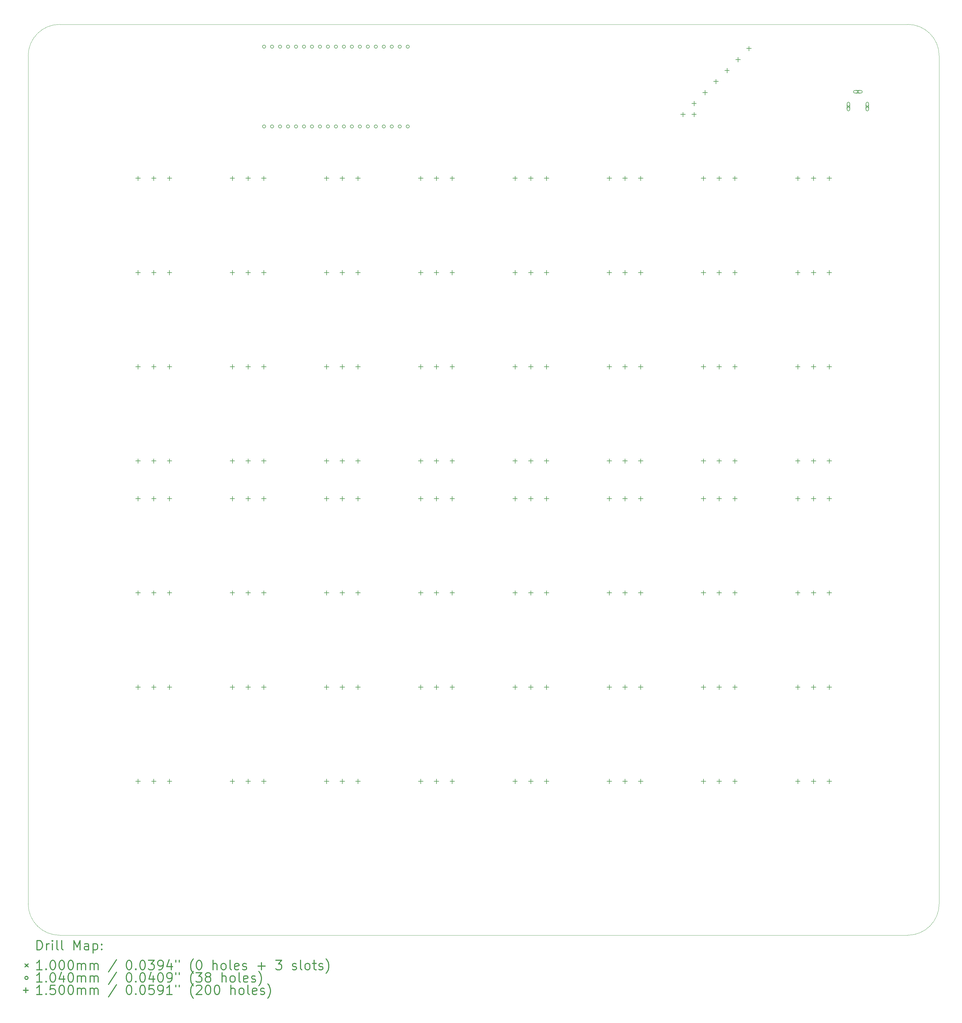
<source format=gbr>
%FSLAX45Y45*%
G04 Gerber Fmt 4.5, Leading zero omitted, Abs format (unit mm)*
G04 Created by KiCad (PCBNEW (5.1.10)-1) date 2021-11-14 07:23:17*
%MOMM*%
%LPD*%
G01*
G04 APERTURE LIST*
%TA.AperFunction,Profile*%
%ADD10C,0.050000*%
%TD*%
%ADD11C,0.200000*%
%ADD12C,0.300000*%
G04 APERTURE END LIST*
D10*
X34200000Y-6100000D02*
X34200000Y-33100000D01*
X33200000Y-5100000D02*
G75*
G02*
X34200000Y-6100000I0J-1000000D01*
G01*
X33200000Y-34100000D02*
X6200000Y-34100000D01*
X34200000Y-33100000D02*
G75*
G02*
X33200000Y-34100000I-1000000J0D01*
G01*
X5200000Y-33100000D02*
X5200000Y-6100000D01*
X6200000Y-34100000D02*
G75*
G02*
X5200000Y-33100000I0J1000000D01*
G01*
X6200000Y-5100000D02*
X33200000Y-5100000D01*
X5200000Y-6100000D02*
G75*
G02*
X6200000Y-5100000I1000000J0D01*
G01*
D11*
X31262102Y-7666397D02*
X31362102Y-7766397D01*
X31362102Y-7666397D02*
X31262102Y-7766397D01*
X31272102Y-7616397D02*
X31272102Y-7816397D01*
X31352102Y-7616397D02*
X31352102Y-7816397D01*
X31272102Y-7816397D02*
G75*
G03*
X31352102Y-7816397I40000J0D01*
G01*
X31352102Y-7616397D02*
G75*
G03*
X31272102Y-7616397I-40000J0D01*
G01*
X31562102Y-7196397D02*
X31662102Y-7296397D01*
X31662102Y-7196397D02*
X31562102Y-7296397D01*
X31512102Y-7286397D02*
X31712102Y-7286397D01*
X31512102Y-7206397D02*
X31712102Y-7206397D01*
X31712102Y-7286397D02*
G75*
G03*
X31712102Y-7206397I0J40000D01*
G01*
X31512102Y-7206397D02*
G75*
G03*
X31512102Y-7286397I0J-40000D01*
G01*
X31862102Y-7666397D02*
X31962102Y-7766397D01*
X31962102Y-7666397D02*
X31862102Y-7766397D01*
X31872102Y-7616397D02*
X31872102Y-7816397D01*
X31952102Y-7616397D02*
X31952102Y-7816397D01*
X31872102Y-7816397D02*
G75*
G03*
X31952102Y-7816397I40000J0D01*
G01*
X31952102Y-7616397D02*
G75*
G03*
X31872102Y-7616397I-40000J0D01*
G01*
X12762400Y-5809620D02*
G75*
G03*
X12762400Y-5809620I-52000J0D01*
G01*
X12762400Y-8349620D02*
G75*
G03*
X12762400Y-8349620I-52000J0D01*
G01*
X13016400Y-5809620D02*
G75*
G03*
X13016400Y-5809620I-52000J0D01*
G01*
X13016400Y-8349620D02*
G75*
G03*
X13016400Y-8349620I-52000J0D01*
G01*
X13270400Y-5809620D02*
G75*
G03*
X13270400Y-5809620I-52000J0D01*
G01*
X13270400Y-8349620D02*
G75*
G03*
X13270400Y-8349620I-52000J0D01*
G01*
X13524400Y-5809620D02*
G75*
G03*
X13524400Y-5809620I-52000J0D01*
G01*
X13524400Y-8349620D02*
G75*
G03*
X13524400Y-8349620I-52000J0D01*
G01*
X13778400Y-5809620D02*
G75*
G03*
X13778400Y-5809620I-52000J0D01*
G01*
X13778400Y-8349620D02*
G75*
G03*
X13778400Y-8349620I-52000J0D01*
G01*
X14032400Y-5809620D02*
G75*
G03*
X14032400Y-5809620I-52000J0D01*
G01*
X14032400Y-8349620D02*
G75*
G03*
X14032400Y-8349620I-52000J0D01*
G01*
X14286400Y-5809620D02*
G75*
G03*
X14286400Y-5809620I-52000J0D01*
G01*
X14286400Y-8349620D02*
G75*
G03*
X14286400Y-8349620I-52000J0D01*
G01*
X14540400Y-5809620D02*
G75*
G03*
X14540400Y-5809620I-52000J0D01*
G01*
X14540400Y-8349620D02*
G75*
G03*
X14540400Y-8349620I-52000J0D01*
G01*
X14794400Y-5809620D02*
G75*
G03*
X14794400Y-5809620I-52000J0D01*
G01*
X14794400Y-8349620D02*
G75*
G03*
X14794400Y-8349620I-52000J0D01*
G01*
X15048400Y-5809620D02*
G75*
G03*
X15048400Y-5809620I-52000J0D01*
G01*
X15048400Y-8349620D02*
G75*
G03*
X15048400Y-8349620I-52000J0D01*
G01*
X15302400Y-5809620D02*
G75*
G03*
X15302400Y-5809620I-52000J0D01*
G01*
X15302400Y-8349620D02*
G75*
G03*
X15302400Y-8349620I-52000J0D01*
G01*
X15556400Y-5809620D02*
G75*
G03*
X15556400Y-5809620I-52000J0D01*
G01*
X15556400Y-8349620D02*
G75*
G03*
X15556400Y-8349620I-52000J0D01*
G01*
X15810400Y-5809620D02*
G75*
G03*
X15810400Y-5809620I-52000J0D01*
G01*
X15810400Y-8349620D02*
G75*
G03*
X15810400Y-8349620I-52000J0D01*
G01*
X16064400Y-5809620D02*
G75*
G03*
X16064400Y-5809620I-52000J0D01*
G01*
X16064400Y-8349620D02*
G75*
G03*
X16064400Y-8349620I-52000J0D01*
G01*
X16318400Y-5809620D02*
G75*
G03*
X16318400Y-5809620I-52000J0D01*
G01*
X16318400Y-8349620D02*
G75*
G03*
X16318400Y-8349620I-52000J0D01*
G01*
X16572400Y-5809620D02*
G75*
G03*
X16572400Y-5809620I-52000J0D01*
G01*
X16572400Y-8349620D02*
G75*
G03*
X16572400Y-8349620I-52000J0D01*
G01*
X16826400Y-5809620D02*
G75*
G03*
X16826400Y-5809620I-52000J0D01*
G01*
X16826400Y-8349620D02*
G75*
G03*
X16826400Y-8349620I-52000J0D01*
G01*
X17080400Y-5809620D02*
G75*
G03*
X17080400Y-5809620I-52000J0D01*
G01*
X17080400Y-8349620D02*
G75*
G03*
X17080400Y-8349620I-52000J0D01*
G01*
X17334400Y-5809620D02*
G75*
G03*
X17334400Y-5809620I-52000J0D01*
G01*
X17334400Y-8349620D02*
G75*
G03*
X17334400Y-8349620I-52000J0D01*
G01*
X8700000Y-9925000D02*
X8700000Y-10075000D01*
X8625000Y-10000000D02*
X8775000Y-10000000D01*
X8700000Y-12925000D02*
X8700000Y-13075000D01*
X8625000Y-13000000D02*
X8775000Y-13000000D01*
X8700000Y-15925000D02*
X8700000Y-16075000D01*
X8625000Y-16000000D02*
X8775000Y-16000000D01*
X8700000Y-18925000D02*
X8700000Y-19075000D01*
X8625000Y-19000000D02*
X8775000Y-19000000D01*
X8700000Y-20125000D02*
X8700000Y-20275000D01*
X8625000Y-20200000D02*
X8775000Y-20200000D01*
X8700000Y-23125000D02*
X8700000Y-23275000D01*
X8625000Y-23200000D02*
X8775000Y-23200000D01*
X8700000Y-26125000D02*
X8700000Y-26275000D01*
X8625000Y-26200000D02*
X8775000Y-26200000D01*
X8700000Y-29125000D02*
X8700000Y-29275000D01*
X8625000Y-29200000D02*
X8775000Y-29200000D01*
X9200000Y-9925000D02*
X9200000Y-10075000D01*
X9125000Y-10000000D02*
X9275000Y-10000000D01*
X9200000Y-12925000D02*
X9200000Y-13075000D01*
X9125000Y-13000000D02*
X9275000Y-13000000D01*
X9200000Y-15925000D02*
X9200000Y-16075000D01*
X9125000Y-16000000D02*
X9275000Y-16000000D01*
X9200000Y-18925000D02*
X9200000Y-19075000D01*
X9125000Y-19000000D02*
X9275000Y-19000000D01*
X9200000Y-20125000D02*
X9200000Y-20275000D01*
X9125000Y-20200000D02*
X9275000Y-20200000D01*
X9200000Y-23125000D02*
X9200000Y-23275000D01*
X9125000Y-23200000D02*
X9275000Y-23200000D01*
X9200000Y-26125000D02*
X9200000Y-26275000D01*
X9125000Y-26200000D02*
X9275000Y-26200000D01*
X9200000Y-29125000D02*
X9200000Y-29275000D01*
X9125000Y-29200000D02*
X9275000Y-29200000D01*
X9700000Y-9925000D02*
X9700000Y-10075000D01*
X9625000Y-10000000D02*
X9775000Y-10000000D01*
X9700000Y-12925000D02*
X9700000Y-13075000D01*
X9625000Y-13000000D02*
X9775000Y-13000000D01*
X9700000Y-15925000D02*
X9700000Y-16075000D01*
X9625000Y-16000000D02*
X9775000Y-16000000D01*
X9700000Y-18925000D02*
X9700000Y-19075000D01*
X9625000Y-19000000D02*
X9775000Y-19000000D01*
X9700000Y-20125000D02*
X9700000Y-20275000D01*
X9625000Y-20200000D02*
X9775000Y-20200000D01*
X9700000Y-23125000D02*
X9700000Y-23275000D01*
X9625000Y-23200000D02*
X9775000Y-23200000D01*
X9700000Y-26125000D02*
X9700000Y-26275000D01*
X9625000Y-26200000D02*
X9775000Y-26200000D01*
X9700000Y-29125000D02*
X9700000Y-29275000D01*
X9625000Y-29200000D02*
X9775000Y-29200000D01*
X11700000Y-9925000D02*
X11700000Y-10075000D01*
X11625000Y-10000000D02*
X11775000Y-10000000D01*
X11700000Y-12925000D02*
X11700000Y-13075000D01*
X11625000Y-13000000D02*
X11775000Y-13000000D01*
X11700000Y-15925000D02*
X11700000Y-16075000D01*
X11625000Y-16000000D02*
X11775000Y-16000000D01*
X11700000Y-18925000D02*
X11700000Y-19075000D01*
X11625000Y-19000000D02*
X11775000Y-19000000D01*
X11700000Y-20125000D02*
X11700000Y-20275000D01*
X11625000Y-20200000D02*
X11775000Y-20200000D01*
X11700000Y-23125000D02*
X11700000Y-23275000D01*
X11625000Y-23200000D02*
X11775000Y-23200000D01*
X11700000Y-26125000D02*
X11700000Y-26275000D01*
X11625000Y-26200000D02*
X11775000Y-26200000D01*
X11700000Y-29125000D02*
X11700000Y-29275000D01*
X11625000Y-29200000D02*
X11775000Y-29200000D01*
X12200000Y-9925000D02*
X12200000Y-10075000D01*
X12125000Y-10000000D02*
X12275000Y-10000000D01*
X12200000Y-12925000D02*
X12200000Y-13075000D01*
X12125000Y-13000000D02*
X12275000Y-13000000D01*
X12200000Y-15925000D02*
X12200000Y-16075000D01*
X12125000Y-16000000D02*
X12275000Y-16000000D01*
X12200000Y-18925000D02*
X12200000Y-19075000D01*
X12125000Y-19000000D02*
X12275000Y-19000000D01*
X12200000Y-20125000D02*
X12200000Y-20275000D01*
X12125000Y-20200000D02*
X12275000Y-20200000D01*
X12200000Y-23125000D02*
X12200000Y-23275000D01*
X12125000Y-23200000D02*
X12275000Y-23200000D01*
X12200000Y-26125000D02*
X12200000Y-26275000D01*
X12125000Y-26200000D02*
X12275000Y-26200000D01*
X12200000Y-29125000D02*
X12200000Y-29275000D01*
X12125000Y-29200000D02*
X12275000Y-29200000D01*
X12700000Y-9925000D02*
X12700000Y-10075000D01*
X12625000Y-10000000D02*
X12775000Y-10000000D01*
X12700000Y-12925000D02*
X12700000Y-13075000D01*
X12625000Y-13000000D02*
X12775000Y-13000000D01*
X12700000Y-15925000D02*
X12700000Y-16075000D01*
X12625000Y-16000000D02*
X12775000Y-16000000D01*
X12700000Y-18925000D02*
X12700000Y-19075000D01*
X12625000Y-19000000D02*
X12775000Y-19000000D01*
X12700000Y-20125000D02*
X12700000Y-20275000D01*
X12625000Y-20200000D02*
X12775000Y-20200000D01*
X12700000Y-23125000D02*
X12700000Y-23275000D01*
X12625000Y-23200000D02*
X12775000Y-23200000D01*
X12700000Y-26125000D02*
X12700000Y-26275000D01*
X12625000Y-26200000D02*
X12775000Y-26200000D01*
X12700000Y-29125000D02*
X12700000Y-29275000D01*
X12625000Y-29200000D02*
X12775000Y-29200000D01*
X14700000Y-9925000D02*
X14700000Y-10075000D01*
X14625000Y-10000000D02*
X14775000Y-10000000D01*
X14700000Y-12925000D02*
X14700000Y-13075000D01*
X14625000Y-13000000D02*
X14775000Y-13000000D01*
X14700000Y-15925000D02*
X14700000Y-16075000D01*
X14625000Y-16000000D02*
X14775000Y-16000000D01*
X14700000Y-18925000D02*
X14700000Y-19075000D01*
X14625000Y-19000000D02*
X14775000Y-19000000D01*
X14700000Y-20125000D02*
X14700000Y-20275000D01*
X14625000Y-20200000D02*
X14775000Y-20200000D01*
X14700000Y-23125000D02*
X14700000Y-23275000D01*
X14625000Y-23200000D02*
X14775000Y-23200000D01*
X14700000Y-26125000D02*
X14700000Y-26275000D01*
X14625000Y-26200000D02*
X14775000Y-26200000D01*
X14700000Y-29125000D02*
X14700000Y-29275000D01*
X14625000Y-29200000D02*
X14775000Y-29200000D01*
X15200000Y-9925000D02*
X15200000Y-10075000D01*
X15125000Y-10000000D02*
X15275000Y-10000000D01*
X15200000Y-12925000D02*
X15200000Y-13075000D01*
X15125000Y-13000000D02*
X15275000Y-13000000D01*
X15200000Y-15925000D02*
X15200000Y-16075000D01*
X15125000Y-16000000D02*
X15275000Y-16000000D01*
X15200000Y-18925000D02*
X15200000Y-19075000D01*
X15125000Y-19000000D02*
X15275000Y-19000000D01*
X15200000Y-20125000D02*
X15200000Y-20275000D01*
X15125000Y-20200000D02*
X15275000Y-20200000D01*
X15200000Y-23125000D02*
X15200000Y-23275000D01*
X15125000Y-23200000D02*
X15275000Y-23200000D01*
X15200000Y-26125000D02*
X15200000Y-26275000D01*
X15125000Y-26200000D02*
X15275000Y-26200000D01*
X15200000Y-29125000D02*
X15200000Y-29275000D01*
X15125000Y-29200000D02*
X15275000Y-29200000D01*
X15700000Y-9925000D02*
X15700000Y-10075000D01*
X15625000Y-10000000D02*
X15775000Y-10000000D01*
X15700000Y-12925000D02*
X15700000Y-13075000D01*
X15625000Y-13000000D02*
X15775000Y-13000000D01*
X15700000Y-15925000D02*
X15700000Y-16075000D01*
X15625000Y-16000000D02*
X15775000Y-16000000D01*
X15700000Y-18925000D02*
X15700000Y-19075000D01*
X15625000Y-19000000D02*
X15775000Y-19000000D01*
X15700000Y-20125000D02*
X15700000Y-20275000D01*
X15625000Y-20200000D02*
X15775000Y-20200000D01*
X15700000Y-23125000D02*
X15700000Y-23275000D01*
X15625000Y-23200000D02*
X15775000Y-23200000D01*
X15700000Y-26125000D02*
X15700000Y-26275000D01*
X15625000Y-26200000D02*
X15775000Y-26200000D01*
X15700000Y-29125000D02*
X15700000Y-29275000D01*
X15625000Y-29200000D02*
X15775000Y-29200000D01*
X17700000Y-9925000D02*
X17700000Y-10075000D01*
X17625000Y-10000000D02*
X17775000Y-10000000D01*
X17700000Y-12925000D02*
X17700000Y-13075000D01*
X17625000Y-13000000D02*
X17775000Y-13000000D01*
X17700000Y-15925000D02*
X17700000Y-16075000D01*
X17625000Y-16000000D02*
X17775000Y-16000000D01*
X17700000Y-18925000D02*
X17700000Y-19075000D01*
X17625000Y-19000000D02*
X17775000Y-19000000D01*
X17700000Y-20125000D02*
X17700000Y-20275000D01*
X17625000Y-20200000D02*
X17775000Y-20200000D01*
X17700000Y-23125000D02*
X17700000Y-23275000D01*
X17625000Y-23200000D02*
X17775000Y-23200000D01*
X17700000Y-26125000D02*
X17700000Y-26275000D01*
X17625000Y-26200000D02*
X17775000Y-26200000D01*
X17700000Y-29125000D02*
X17700000Y-29275000D01*
X17625000Y-29200000D02*
X17775000Y-29200000D01*
X18200000Y-9925000D02*
X18200000Y-10075000D01*
X18125000Y-10000000D02*
X18275000Y-10000000D01*
X18200000Y-12925000D02*
X18200000Y-13075000D01*
X18125000Y-13000000D02*
X18275000Y-13000000D01*
X18200000Y-15925000D02*
X18200000Y-16075000D01*
X18125000Y-16000000D02*
X18275000Y-16000000D01*
X18200000Y-18925000D02*
X18200000Y-19075000D01*
X18125000Y-19000000D02*
X18275000Y-19000000D01*
X18200000Y-20125000D02*
X18200000Y-20275000D01*
X18125000Y-20200000D02*
X18275000Y-20200000D01*
X18200000Y-23125000D02*
X18200000Y-23275000D01*
X18125000Y-23200000D02*
X18275000Y-23200000D01*
X18200000Y-26125000D02*
X18200000Y-26275000D01*
X18125000Y-26200000D02*
X18275000Y-26200000D01*
X18200000Y-29125000D02*
X18200000Y-29275000D01*
X18125000Y-29200000D02*
X18275000Y-29200000D01*
X18700000Y-9925000D02*
X18700000Y-10075000D01*
X18625000Y-10000000D02*
X18775000Y-10000000D01*
X18700000Y-12925000D02*
X18700000Y-13075000D01*
X18625000Y-13000000D02*
X18775000Y-13000000D01*
X18700000Y-15925000D02*
X18700000Y-16075000D01*
X18625000Y-16000000D02*
X18775000Y-16000000D01*
X18700000Y-18925000D02*
X18700000Y-19075000D01*
X18625000Y-19000000D02*
X18775000Y-19000000D01*
X18700000Y-20125000D02*
X18700000Y-20275000D01*
X18625000Y-20200000D02*
X18775000Y-20200000D01*
X18700000Y-23125000D02*
X18700000Y-23275000D01*
X18625000Y-23200000D02*
X18775000Y-23200000D01*
X18700000Y-26125000D02*
X18700000Y-26275000D01*
X18625000Y-26200000D02*
X18775000Y-26200000D01*
X18700000Y-29125000D02*
X18700000Y-29275000D01*
X18625000Y-29200000D02*
X18775000Y-29200000D01*
X20700000Y-9925000D02*
X20700000Y-10075000D01*
X20625000Y-10000000D02*
X20775000Y-10000000D01*
X20700000Y-12925000D02*
X20700000Y-13075000D01*
X20625000Y-13000000D02*
X20775000Y-13000000D01*
X20700000Y-15925000D02*
X20700000Y-16075000D01*
X20625000Y-16000000D02*
X20775000Y-16000000D01*
X20700000Y-18925000D02*
X20700000Y-19075000D01*
X20625000Y-19000000D02*
X20775000Y-19000000D01*
X20700000Y-20125000D02*
X20700000Y-20275000D01*
X20625000Y-20200000D02*
X20775000Y-20200000D01*
X20700000Y-23125000D02*
X20700000Y-23275000D01*
X20625000Y-23200000D02*
X20775000Y-23200000D01*
X20700000Y-26125000D02*
X20700000Y-26275000D01*
X20625000Y-26200000D02*
X20775000Y-26200000D01*
X20700000Y-29125000D02*
X20700000Y-29275000D01*
X20625000Y-29200000D02*
X20775000Y-29200000D01*
X21200000Y-9925000D02*
X21200000Y-10075000D01*
X21125000Y-10000000D02*
X21275000Y-10000000D01*
X21200000Y-12925000D02*
X21200000Y-13075000D01*
X21125000Y-13000000D02*
X21275000Y-13000000D01*
X21200000Y-15925000D02*
X21200000Y-16075000D01*
X21125000Y-16000000D02*
X21275000Y-16000000D01*
X21200000Y-18925000D02*
X21200000Y-19075000D01*
X21125000Y-19000000D02*
X21275000Y-19000000D01*
X21200000Y-20125000D02*
X21200000Y-20275000D01*
X21125000Y-20200000D02*
X21275000Y-20200000D01*
X21200000Y-23125000D02*
X21200000Y-23275000D01*
X21125000Y-23200000D02*
X21275000Y-23200000D01*
X21200000Y-26125000D02*
X21200000Y-26275000D01*
X21125000Y-26200000D02*
X21275000Y-26200000D01*
X21200000Y-29125000D02*
X21200000Y-29275000D01*
X21125000Y-29200000D02*
X21275000Y-29200000D01*
X21700000Y-9925000D02*
X21700000Y-10075000D01*
X21625000Y-10000000D02*
X21775000Y-10000000D01*
X21700000Y-12925000D02*
X21700000Y-13075000D01*
X21625000Y-13000000D02*
X21775000Y-13000000D01*
X21700000Y-15925000D02*
X21700000Y-16075000D01*
X21625000Y-16000000D02*
X21775000Y-16000000D01*
X21700000Y-18925000D02*
X21700000Y-19075000D01*
X21625000Y-19000000D02*
X21775000Y-19000000D01*
X21700000Y-20125000D02*
X21700000Y-20275000D01*
X21625000Y-20200000D02*
X21775000Y-20200000D01*
X21700000Y-23125000D02*
X21700000Y-23275000D01*
X21625000Y-23200000D02*
X21775000Y-23200000D01*
X21700000Y-26125000D02*
X21700000Y-26275000D01*
X21625000Y-26200000D02*
X21775000Y-26200000D01*
X21700000Y-29125000D02*
X21700000Y-29275000D01*
X21625000Y-29200000D02*
X21775000Y-29200000D01*
X23700000Y-9925000D02*
X23700000Y-10075000D01*
X23625000Y-10000000D02*
X23775000Y-10000000D01*
X23700000Y-12925000D02*
X23700000Y-13075000D01*
X23625000Y-13000000D02*
X23775000Y-13000000D01*
X23700000Y-15925000D02*
X23700000Y-16075000D01*
X23625000Y-16000000D02*
X23775000Y-16000000D01*
X23700000Y-18925000D02*
X23700000Y-19075000D01*
X23625000Y-19000000D02*
X23775000Y-19000000D01*
X23700000Y-20125000D02*
X23700000Y-20275000D01*
X23625000Y-20200000D02*
X23775000Y-20200000D01*
X23700000Y-23125000D02*
X23700000Y-23275000D01*
X23625000Y-23200000D02*
X23775000Y-23200000D01*
X23700000Y-26125000D02*
X23700000Y-26275000D01*
X23625000Y-26200000D02*
X23775000Y-26200000D01*
X23700000Y-29125000D02*
X23700000Y-29275000D01*
X23625000Y-29200000D02*
X23775000Y-29200000D01*
X24200000Y-9925000D02*
X24200000Y-10075000D01*
X24125000Y-10000000D02*
X24275000Y-10000000D01*
X24200000Y-12925000D02*
X24200000Y-13075000D01*
X24125000Y-13000000D02*
X24275000Y-13000000D01*
X24200000Y-15925000D02*
X24200000Y-16075000D01*
X24125000Y-16000000D02*
X24275000Y-16000000D01*
X24200000Y-18925000D02*
X24200000Y-19075000D01*
X24125000Y-19000000D02*
X24275000Y-19000000D01*
X24200000Y-20125000D02*
X24200000Y-20275000D01*
X24125000Y-20200000D02*
X24275000Y-20200000D01*
X24200000Y-23125000D02*
X24200000Y-23275000D01*
X24125000Y-23200000D02*
X24275000Y-23200000D01*
X24200000Y-26125000D02*
X24200000Y-26275000D01*
X24125000Y-26200000D02*
X24275000Y-26200000D01*
X24200000Y-29125000D02*
X24200000Y-29275000D01*
X24125000Y-29200000D02*
X24275000Y-29200000D01*
X24700000Y-9925000D02*
X24700000Y-10075000D01*
X24625000Y-10000000D02*
X24775000Y-10000000D01*
X24700000Y-12925000D02*
X24700000Y-13075000D01*
X24625000Y-13000000D02*
X24775000Y-13000000D01*
X24700000Y-15925000D02*
X24700000Y-16075000D01*
X24625000Y-16000000D02*
X24775000Y-16000000D01*
X24700000Y-18925000D02*
X24700000Y-19075000D01*
X24625000Y-19000000D02*
X24775000Y-19000000D01*
X24700000Y-20125000D02*
X24700000Y-20275000D01*
X24625000Y-20200000D02*
X24775000Y-20200000D01*
X24700000Y-23125000D02*
X24700000Y-23275000D01*
X24625000Y-23200000D02*
X24775000Y-23200000D01*
X24700000Y-26125000D02*
X24700000Y-26275000D01*
X24625000Y-26200000D02*
X24775000Y-26200000D01*
X24700000Y-29125000D02*
X24700000Y-29275000D01*
X24625000Y-29200000D02*
X24775000Y-29200000D01*
X26047500Y-7893420D02*
X26047500Y-8043420D01*
X25972500Y-7968420D02*
X26122500Y-7968420D01*
X26397500Y-7543420D02*
X26397500Y-7693420D01*
X26322500Y-7618420D02*
X26472500Y-7618420D01*
X26397500Y-7893420D02*
X26397500Y-8043420D01*
X26322500Y-7968420D02*
X26472500Y-7968420D01*
X26700000Y-9925000D02*
X26700000Y-10075000D01*
X26625000Y-10000000D02*
X26775000Y-10000000D01*
X26700000Y-12925000D02*
X26700000Y-13075000D01*
X26625000Y-13000000D02*
X26775000Y-13000000D01*
X26700000Y-15925000D02*
X26700000Y-16075000D01*
X26625000Y-16000000D02*
X26775000Y-16000000D01*
X26700000Y-18925000D02*
X26700000Y-19075000D01*
X26625000Y-19000000D02*
X26775000Y-19000000D01*
X26700000Y-20125000D02*
X26700000Y-20275000D01*
X26625000Y-20200000D02*
X26775000Y-20200000D01*
X26700000Y-23125000D02*
X26700000Y-23275000D01*
X26625000Y-23200000D02*
X26775000Y-23200000D01*
X26700000Y-26125000D02*
X26700000Y-26275000D01*
X26625000Y-26200000D02*
X26775000Y-26200000D01*
X26700000Y-29125000D02*
X26700000Y-29275000D01*
X26625000Y-29200000D02*
X26775000Y-29200000D01*
X26747500Y-7193420D02*
X26747500Y-7343420D01*
X26672500Y-7268420D02*
X26822500Y-7268420D01*
X27097500Y-6843420D02*
X27097500Y-6993420D01*
X27022500Y-6918420D02*
X27172500Y-6918420D01*
X27200000Y-9925000D02*
X27200000Y-10075000D01*
X27125000Y-10000000D02*
X27275000Y-10000000D01*
X27200000Y-12925000D02*
X27200000Y-13075000D01*
X27125000Y-13000000D02*
X27275000Y-13000000D01*
X27200000Y-15925000D02*
X27200000Y-16075000D01*
X27125000Y-16000000D02*
X27275000Y-16000000D01*
X27200000Y-18925000D02*
X27200000Y-19075000D01*
X27125000Y-19000000D02*
X27275000Y-19000000D01*
X27200000Y-20125000D02*
X27200000Y-20275000D01*
X27125000Y-20200000D02*
X27275000Y-20200000D01*
X27200000Y-23125000D02*
X27200000Y-23275000D01*
X27125000Y-23200000D02*
X27275000Y-23200000D01*
X27200000Y-26125000D02*
X27200000Y-26275000D01*
X27125000Y-26200000D02*
X27275000Y-26200000D01*
X27200000Y-29125000D02*
X27200000Y-29275000D01*
X27125000Y-29200000D02*
X27275000Y-29200000D01*
X27447500Y-6493420D02*
X27447500Y-6643420D01*
X27372500Y-6568420D02*
X27522500Y-6568420D01*
X27700000Y-9925000D02*
X27700000Y-10075000D01*
X27625000Y-10000000D02*
X27775000Y-10000000D01*
X27700000Y-12925000D02*
X27700000Y-13075000D01*
X27625000Y-13000000D02*
X27775000Y-13000000D01*
X27700000Y-15925000D02*
X27700000Y-16075000D01*
X27625000Y-16000000D02*
X27775000Y-16000000D01*
X27700000Y-18925000D02*
X27700000Y-19075000D01*
X27625000Y-19000000D02*
X27775000Y-19000000D01*
X27700000Y-20125000D02*
X27700000Y-20275000D01*
X27625000Y-20200000D02*
X27775000Y-20200000D01*
X27700000Y-23125000D02*
X27700000Y-23275000D01*
X27625000Y-23200000D02*
X27775000Y-23200000D01*
X27700000Y-26125000D02*
X27700000Y-26275000D01*
X27625000Y-26200000D02*
X27775000Y-26200000D01*
X27700000Y-29125000D02*
X27700000Y-29275000D01*
X27625000Y-29200000D02*
X27775000Y-29200000D01*
X27797500Y-6143420D02*
X27797500Y-6293420D01*
X27722500Y-6218420D02*
X27872500Y-6218420D01*
X28147500Y-5793420D02*
X28147500Y-5943420D01*
X28072500Y-5868420D02*
X28222500Y-5868420D01*
X29700000Y-9925000D02*
X29700000Y-10075000D01*
X29625000Y-10000000D02*
X29775000Y-10000000D01*
X29700000Y-12925000D02*
X29700000Y-13075000D01*
X29625000Y-13000000D02*
X29775000Y-13000000D01*
X29700000Y-15925000D02*
X29700000Y-16075000D01*
X29625000Y-16000000D02*
X29775000Y-16000000D01*
X29700000Y-18925000D02*
X29700000Y-19075000D01*
X29625000Y-19000000D02*
X29775000Y-19000000D01*
X29700000Y-20125000D02*
X29700000Y-20275000D01*
X29625000Y-20200000D02*
X29775000Y-20200000D01*
X29700000Y-23125000D02*
X29700000Y-23275000D01*
X29625000Y-23200000D02*
X29775000Y-23200000D01*
X29700000Y-26125000D02*
X29700000Y-26275000D01*
X29625000Y-26200000D02*
X29775000Y-26200000D01*
X29700000Y-29125000D02*
X29700000Y-29275000D01*
X29625000Y-29200000D02*
X29775000Y-29200000D01*
X30200000Y-9925000D02*
X30200000Y-10075000D01*
X30125000Y-10000000D02*
X30275000Y-10000000D01*
X30200000Y-12925000D02*
X30200000Y-13075000D01*
X30125000Y-13000000D02*
X30275000Y-13000000D01*
X30200000Y-15925000D02*
X30200000Y-16075000D01*
X30125000Y-16000000D02*
X30275000Y-16000000D01*
X30200000Y-18925000D02*
X30200000Y-19075000D01*
X30125000Y-19000000D02*
X30275000Y-19000000D01*
X30200000Y-20125000D02*
X30200000Y-20275000D01*
X30125000Y-20200000D02*
X30275000Y-20200000D01*
X30200000Y-23125000D02*
X30200000Y-23275000D01*
X30125000Y-23200000D02*
X30275000Y-23200000D01*
X30200000Y-26125000D02*
X30200000Y-26275000D01*
X30125000Y-26200000D02*
X30275000Y-26200000D01*
X30200000Y-29125000D02*
X30200000Y-29275000D01*
X30125000Y-29200000D02*
X30275000Y-29200000D01*
X30700000Y-9925000D02*
X30700000Y-10075000D01*
X30625000Y-10000000D02*
X30775000Y-10000000D01*
X30700000Y-12925000D02*
X30700000Y-13075000D01*
X30625000Y-13000000D02*
X30775000Y-13000000D01*
X30700000Y-15925000D02*
X30700000Y-16075000D01*
X30625000Y-16000000D02*
X30775000Y-16000000D01*
X30700000Y-18925000D02*
X30700000Y-19075000D01*
X30625000Y-19000000D02*
X30775000Y-19000000D01*
X30700000Y-20125000D02*
X30700000Y-20275000D01*
X30625000Y-20200000D02*
X30775000Y-20200000D01*
X30700000Y-23125000D02*
X30700000Y-23275000D01*
X30625000Y-23200000D02*
X30775000Y-23200000D01*
X30700000Y-26125000D02*
X30700000Y-26275000D01*
X30625000Y-26200000D02*
X30775000Y-26200000D01*
X30700000Y-29125000D02*
X30700000Y-29275000D01*
X30625000Y-29200000D02*
X30775000Y-29200000D01*
D12*
X5483928Y-34568214D02*
X5483928Y-34268214D01*
X5555357Y-34268214D01*
X5598214Y-34282500D01*
X5626786Y-34311072D01*
X5641071Y-34339643D01*
X5655357Y-34396786D01*
X5655357Y-34439643D01*
X5641071Y-34496786D01*
X5626786Y-34525357D01*
X5598214Y-34553929D01*
X5555357Y-34568214D01*
X5483928Y-34568214D01*
X5783928Y-34568214D02*
X5783928Y-34368214D01*
X5783928Y-34425357D02*
X5798214Y-34396786D01*
X5812500Y-34382500D01*
X5841071Y-34368214D01*
X5869643Y-34368214D01*
X5969643Y-34568214D02*
X5969643Y-34368214D01*
X5969643Y-34268214D02*
X5955357Y-34282500D01*
X5969643Y-34296786D01*
X5983928Y-34282500D01*
X5969643Y-34268214D01*
X5969643Y-34296786D01*
X6155357Y-34568214D02*
X6126786Y-34553929D01*
X6112500Y-34525357D01*
X6112500Y-34268214D01*
X6312500Y-34568214D02*
X6283928Y-34553929D01*
X6269643Y-34525357D01*
X6269643Y-34268214D01*
X6655357Y-34568214D02*
X6655357Y-34268214D01*
X6755357Y-34482500D01*
X6855357Y-34268214D01*
X6855357Y-34568214D01*
X7126786Y-34568214D02*
X7126786Y-34411072D01*
X7112500Y-34382500D01*
X7083928Y-34368214D01*
X7026786Y-34368214D01*
X6998214Y-34382500D01*
X7126786Y-34553929D02*
X7098214Y-34568214D01*
X7026786Y-34568214D01*
X6998214Y-34553929D01*
X6983928Y-34525357D01*
X6983928Y-34496786D01*
X6998214Y-34468214D01*
X7026786Y-34453929D01*
X7098214Y-34453929D01*
X7126786Y-34439643D01*
X7269643Y-34368214D02*
X7269643Y-34668214D01*
X7269643Y-34382500D02*
X7298214Y-34368214D01*
X7355357Y-34368214D01*
X7383928Y-34382500D01*
X7398214Y-34396786D01*
X7412500Y-34425357D01*
X7412500Y-34511072D01*
X7398214Y-34539643D01*
X7383928Y-34553929D01*
X7355357Y-34568214D01*
X7298214Y-34568214D01*
X7269643Y-34553929D01*
X7541071Y-34539643D02*
X7555357Y-34553929D01*
X7541071Y-34568214D01*
X7526786Y-34553929D01*
X7541071Y-34539643D01*
X7541071Y-34568214D01*
X7541071Y-34382500D02*
X7555357Y-34396786D01*
X7541071Y-34411072D01*
X7526786Y-34396786D01*
X7541071Y-34382500D01*
X7541071Y-34411072D01*
X5097500Y-35012500D02*
X5197500Y-35112500D01*
X5197500Y-35012500D02*
X5097500Y-35112500D01*
X5641071Y-35198214D02*
X5469643Y-35198214D01*
X5555357Y-35198214D02*
X5555357Y-34898214D01*
X5526786Y-34941072D01*
X5498214Y-34969643D01*
X5469643Y-34983929D01*
X5769643Y-35169643D02*
X5783928Y-35183929D01*
X5769643Y-35198214D01*
X5755357Y-35183929D01*
X5769643Y-35169643D01*
X5769643Y-35198214D01*
X5969643Y-34898214D02*
X5998214Y-34898214D01*
X6026786Y-34912500D01*
X6041071Y-34926786D01*
X6055357Y-34955357D01*
X6069643Y-35012500D01*
X6069643Y-35083929D01*
X6055357Y-35141072D01*
X6041071Y-35169643D01*
X6026786Y-35183929D01*
X5998214Y-35198214D01*
X5969643Y-35198214D01*
X5941071Y-35183929D01*
X5926786Y-35169643D01*
X5912500Y-35141072D01*
X5898214Y-35083929D01*
X5898214Y-35012500D01*
X5912500Y-34955357D01*
X5926786Y-34926786D01*
X5941071Y-34912500D01*
X5969643Y-34898214D01*
X6255357Y-34898214D02*
X6283928Y-34898214D01*
X6312500Y-34912500D01*
X6326786Y-34926786D01*
X6341071Y-34955357D01*
X6355357Y-35012500D01*
X6355357Y-35083929D01*
X6341071Y-35141072D01*
X6326786Y-35169643D01*
X6312500Y-35183929D01*
X6283928Y-35198214D01*
X6255357Y-35198214D01*
X6226786Y-35183929D01*
X6212500Y-35169643D01*
X6198214Y-35141072D01*
X6183928Y-35083929D01*
X6183928Y-35012500D01*
X6198214Y-34955357D01*
X6212500Y-34926786D01*
X6226786Y-34912500D01*
X6255357Y-34898214D01*
X6541071Y-34898214D02*
X6569643Y-34898214D01*
X6598214Y-34912500D01*
X6612500Y-34926786D01*
X6626786Y-34955357D01*
X6641071Y-35012500D01*
X6641071Y-35083929D01*
X6626786Y-35141072D01*
X6612500Y-35169643D01*
X6598214Y-35183929D01*
X6569643Y-35198214D01*
X6541071Y-35198214D01*
X6512500Y-35183929D01*
X6498214Y-35169643D01*
X6483928Y-35141072D01*
X6469643Y-35083929D01*
X6469643Y-35012500D01*
X6483928Y-34955357D01*
X6498214Y-34926786D01*
X6512500Y-34912500D01*
X6541071Y-34898214D01*
X6769643Y-35198214D02*
X6769643Y-34998214D01*
X6769643Y-35026786D02*
X6783928Y-35012500D01*
X6812500Y-34998214D01*
X6855357Y-34998214D01*
X6883928Y-35012500D01*
X6898214Y-35041072D01*
X6898214Y-35198214D01*
X6898214Y-35041072D02*
X6912500Y-35012500D01*
X6941071Y-34998214D01*
X6983928Y-34998214D01*
X7012500Y-35012500D01*
X7026786Y-35041072D01*
X7026786Y-35198214D01*
X7169643Y-35198214D02*
X7169643Y-34998214D01*
X7169643Y-35026786D02*
X7183928Y-35012500D01*
X7212500Y-34998214D01*
X7255357Y-34998214D01*
X7283928Y-35012500D01*
X7298214Y-35041072D01*
X7298214Y-35198214D01*
X7298214Y-35041072D02*
X7312500Y-35012500D01*
X7341071Y-34998214D01*
X7383928Y-34998214D01*
X7412500Y-35012500D01*
X7426786Y-35041072D01*
X7426786Y-35198214D01*
X8012500Y-34883929D02*
X7755357Y-35269643D01*
X8398214Y-34898214D02*
X8426786Y-34898214D01*
X8455357Y-34912500D01*
X8469643Y-34926786D01*
X8483928Y-34955357D01*
X8498214Y-35012500D01*
X8498214Y-35083929D01*
X8483928Y-35141072D01*
X8469643Y-35169643D01*
X8455357Y-35183929D01*
X8426786Y-35198214D01*
X8398214Y-35198214D01*
X8369643Y-35183929D01*
X8355357Y-35169643D01*
X8341071Y-35141072D01*
X8326786Y-35083929D01*
X8326786Y-35012500D01*
X8341071Y-34955357D01*
X8355357Y-34926786D01*
X8369643Y-34912500D01*
X8398214Y-34898214D01*
X8626786Y-35169643D02*
X8641071Y-35183929D01*
X8626786Y-35198214D01*
X8612500Y-35183929D01*
X8626786Y-35169643D01*
X8626786Y-35198214D01*
X8826786Y-34898214D02*
X8855357Y-34898214D01*
X8883928Y-34912500D01*
X8898214Y-34926786D01*
X8912500Y-34955357D01*
X8926786Y-35012500D01*
X8926786Y-35083929D01*
X8912500Y-35141072D01*
X8898214Y-35169643D01*
X8883928Y-35183929D01*
X8855357Y-35198214D01*
X8826786Y-35198214D01*
X8798214Y-35183929D01*
X8783928Y-35169643D01*
X8769643Y-35141072D01*
X8755357Y-35083929D01*
X8755357Y-35012500D01*
X8769643Y-34955357D01*
X8783928Y-34926786D01*
X8798214Y-34912500D01*
X8826786Y-34898214D01*
X9026786Y-34898214D02*
X9212500Y-34898214D01*
X9112500Y-35012500D01*
X9155357Y-35012500D01*
X9183928Y-35026786D01*
X9198214Y-35041072D01*
X9212500Y-35069643D01*
X9212500Y-35141072D01*
X9198214Y-35169643D01*
X9183928Y-35183929D01*
X9155357Y-35198214D01*
X9069643Y-35198214D01*
X9041071Y-35183929D01*
X9026786Y-35169643D01*
X9355357Y-35198214D02*
X9412500Y-35198214D01*
X9441071Y-35183929D01*
X9455357Y-35169643D01*
X9483928Y-35126786D01*
X9498214Y-35069643D01*
X9498214Y-34955357D01*
X9483928Y-34926786D01*
X9469643Y-34912500D01*
X9441071Y-34898214D01*
X9383928Y-34898214D01*
X9355357Y-34912500D01*
X9341071Y-34926786D01*
X9326786Y-34955357D01*
X9326786Y-35026786D01*
X9341071Y-35055357D01*
X9355357Y-35069643D01*
X9383928Y-35083929D01*
X9441071Y-35083929D01*
X9469643Y-35069643D01*
X9483928Y-35055357D01*
X9498214Y-35026786D01*
X9755357Y-34998214D02*
X9755357Y-35198214D01*
X9683928Y-34883929D02*
X9612500Y-35098214D01*
X9798214Y-35098214D01*
X9898214Y-34898214D02*
X9898214Y-34955357D01*
X10012500Y-34898214D02*
X10012500Y-34955357D01*
X10455357Y-35312500D02*
X10441071Y-35298214D01*
X10412500Y-35255357D01*
X10398214Y-35226786D01*
X10383928Y-35183929D01*
X10369643Y-35112500D01*
X10369643Y-35055357D01*
X10383928Y-34983929D01*
X10398214Y-34941072D01*
X10412500Y-34912500D01*
X10441071Y-34869643D01*
X10455357Y-34855357D01*
X10626786Y-34898214D02*
X10655357Y-34898214D01*
X10683928Y-34912500D01*
X10698214Y-34926786D01*
X10712500Y-34955357D01*
X10726786Y-35012500D01*
X10726786Y-35083929D01*
X10712500Y-35141072D01*
X10698214Y-35169643D01*
X10683928Y-35183929D01*
X10655357Y-35198214D01*
X10626786Y-35198214D01*
X10598214Y-35183929D01*
X10583928Y-35169643D01*
X10569643Y-35141072D01*
X10555357Y-35083929D01*
X10555357Y-35012500D01*
X10569643Y-34955357D01*
X10583928Y-34926786D01*
X10598214Y-34912500D01*
X10626786Y-34898214D01*
X11083928Y-35198214D02*
X11083928Y-34898214D01*
X11212500Y-35198214D02*
X11212500Y-35041072D01*
X11198214Y-35012500D01*
X11169643Y-34998214D01*
X11126786Y-34998214D01*
X11098214Y-35012500D01*
X11083928Y-35026786D01*
X11398214Y-35198214D02*
X11369643Y-35183929D01*
X11355357Y-35169643D01*
X11341071Y-35141072D01*
X11341071Y-35055357D01*
X11355357Y-35026786D01*
X11369643Y-35012500D01*
X11398214Y-34998214D01*
X11441071Y-34998214D01*
X11469643Y-35012500D01*
X11483928Y-35026786D01*
X11498214Y-35055357D01*
X11498214Y-35141072D01*
X11483928Y-35169643D01*
X11469643Y-35183929D01*
X11441071Y-35198214D01*
X11398214Y-35198214D01*
X11669643Y-35198214D02*
X11641071Y-35183929D01*
X11626786Y-35155357D01*
X11626786Y-34898214D01*
X11898214Y-35183929D02*
X11869643Y-35198214D01*
X11812500Y-35198214D01*
X11783928Y-35183929D01*
X11769643Y-35155357D01*
X11769643Y-35041072D01*
X11783928Y-35012500D01*
X11812500Y-34998214D01*
X11869643Y-34998214D01*
X11898214Y-35012500D01*
X11912500Y-35041072D01*
X11912500Y-35069643D01*
X11769643Y-35098214D01*
X12026786Y-35183929D02*
X12055357Y-35198214D01*
X12112500Y-35198214D01*
X12141071Y-35183929D01*
X12155357Y-35155357D01*
X12155357Y-35141072D01*
X12141071Y-35112500D01*
X12112500Y-35098214D01*
X12069643Y-35098214D01*
X12041071Y-35083929D01*
X12026786Y-35055357D01*
X12026786Y-35041072D01*
X12041071Y-35012500D01*
X12069643Y-34998214D01*
X12112500Y-34998214D01*
X12141071Y-35012500D01*
X12512500Y-35083929D02*
X12741071Y-35083929D01*
X12626786Y-35198214D02*
X12626786Y-34969643D01*
X13083928Y-34898214D02*
X13269643Y-34898214D01*
X13169643Y-35012500D01*
X13212500Y-35012500D01*
X13241071Y-35026786D01*
X13255357Y-35041072D01*
X13269643Y-35069643D01*
X13269643Y-35141072D01*
X13255357Y-35169643D01*
X13241071Y-35183929D01*
X13212500Y-35198214D01*
X13126786Y-35198214D01*
X13098214Y-35183929D01*
X13083928Y-35169643D01*
X13612500Y-35183929D02*
X13641071Y-35198214D01*
X13698214Y-35198214D01*
X13726786Y-35183929D01*
X13741071Y-35155357D01*
X13741071Y-35141072D01*
X13726786Y-35112500D01*
X13698214Y-35098214D01*
X13655357Y-35098214D01*
X13626786Y-35083929D01*
X13612500Y-35055357D01*
X13612500Y-35041072D01*
X13626786Y-35012500D01*
X13655357Y-34998214D01*
X13698214Y-34998214D01*
X13726786Y-35012500D01*
X13912500Y-35198214D02*
X13883928Y-35183929D01*
X13869643Y-35155357D01*
X13869643Y-34898214D01*
X14069643Y-35198214D02*
X14041071Y-35183929D01*
X14026786Y-35169643D01*
X14012500Y-35141072D01*
X14012500Y-35055357D01*
X14026786Y-35026786D01*
X14041071Y-35012500D01*
X14069643Y-34998214D01*
X14112500Y-34998214D01*
X14141071Y-35012500D01*
X14155357Y-35026786D01*
X14169643Y-35055357D01*
X14169643Y-35141072D01*
X14155357Y-35169643D01*
X14141071Y-35183929D01*
X14112500Y-35198214D01*
X14069643Y-35198214D01*
X14255357Y-34998214D02*
X14369643Y-34998214D01*
X14298214Y-34898214D02*
X14298214Y-35155357D01*
X14312500Y-35183929D01*
X14341071Y-35198214D01*
X14369643Y-35198214D01*
X14455357Y-35183929D02*
X14483928Y-35198214D01*
X14541071Y-35198214D01*
X14569643Y-35183929D01*
X14583928Y-35155357D01*
X14583928Y-35141072D01*
X14569643Y-35112500D01*
X14541071Y-35098214D01*
X14498214Y-35098214D01*
X14469643Y-35083929D01*
X14455357Y-35055357D01*
X14455357Y-35041072D01*
X14469643Y-35012500D01*
X14498214Y-34998214D01*
X14541071Y-34998214D01*
X14569643Y-35012500D01*
X14683928Y-35312500D02*
X14698214Y-35298214D01*
X14726786Y-35255357D01*
X14741071Y-35226786D01*
X14755357Y-35183929D01*
X14769643Y-35112500D01*
X14769643Y-35055357D01*
X14755357Y-34983929D01*
X14741071Y-34941072D01*
X14726786Y-34912500D01*
X14698214Y-34869643D01*
X14683928Y-34855357D01*
X5197500Y-35458500D02*
G75*
G03*
X5197500Y-35458500I-52000J0D01*
G01*
X5641071Y-35594214D02*
X5469643Y-35594214D01*
X5555357Y-35594214D02*
X5555357Y-35294214D01*
X5526786Y-35337072D01*
X5498214Y-35365643D01*
X5469643Y-35379929D01*
X5769643Y-35565643D02*
X5783928Y-35579929D01*
X5769643Y-35594214D01*
X5755357Y-35579929D01*
X5769643Y-35565643D01*
X5769643Y-35594214D01*
X5969643Y-35294214D02*
X5998214Y-35294214D01*
X6026786Y-35308500D01*
X6041071Y-35322786D01*
X6055357Y-35351357D01*
X6069643Y-35408500D01*
X6069643Y-35479929D01*
X6055357Y-35537072D01*
X6041071Y-35565643D01*
X6026786Y-35579929D01*
X5998214Y-35594214D01*
X5969643Y-35594214D01*
X5941071Y-35579929D01*
X5926786Y-35565643D01*
X5912500Y-35537072D01*
X5898214Y-35479929D01*
X5898214Y-35408500D01*
X5912500Y-35351357D01*
X5926786Y-35322786D01*
X5941071Y-35308500D01*
X5969643Y-35294214D01*
X6326786Y-35394214D02*
X6326786Y-35594214D01*
X6255357Y-35279929D02*
X6183928Y-35494214D01*
X6369643Y-35494214D01*
X6541071Y-35294214D02*
X6569643Y-35294214D01*
X6598214Y-35308500D01*
X6612500Y-35322786D01*
X6626786Y-35351357D01*
X6641071Y-35408500D01*
X6641071Y-35479929D01*
X6626786Y-35537072D01*
X6612500Y-35565643D01*
X6598214Y-35579929D01*
X6569643Y-35594214D01*
X6541071Y-35594214D01*
X6512500Y-35579929D01*
X6498214Y-35565643D01*
X6483928Y-35537072D01*
X6469643Y-35479929D01*
X6469643Y-35408500D01*
X6483928Y-35351357D01*
X6498214Y-35322786D01*
X6512500Y-35308500D01*
X6541071Y-35294214D01*
X6769643Y-35594214D02*
X6769643Y-35394214D01*
X6769643Y-35422786D02*
X6783928Y-35408500D01*
X6812500Y-35394214D01*
X6855357Y-35394214D01*
X6883928Y-35408500D01*
X6898214Y-35437072D01*
X6898214Y-35594214D01*
X6898214Y-35437072D02*
X6912500Y-35408500D01*
X6941071Y-35394214D01*
X6983928Y-35394214D01*
X7012500Y-35408500D01*
X7026786Y-35437072D01*
X7026786Y-35594214D01*
X7169643Y-35594214D02*
X7169643Y-35394214D01*
X7169643Y-35422786D02*
X7183928Y-35408500D01*
X7212500Y-35394214D01*
X7255357Y-35394214D01*
X7283928Y-35408500D01*
X7298214Y-35437072D01*
X7298214Y-35594214D01*
X7298214Y-35437072D02*
X7312500Y-35408500D01*
X7341071Y-35394214D01*
X7383928Y-35394214D01*
X7412500Y-35408500D01*
X7426786Y-35437072D01*
X7426786Y-35594214D01*
X8012500Y-35279929D02*
X7755357Y-35665643D01*
X8398214Y-35294214D02*
X8426786Y-35294214D01*
X8455357Y-35308500D01*
X8469643Y-35322786D01*
X8483928Y-35351357D01*
X8498214Y-35408500D01*
X8498214Y-35479929D01*
X8483928Y-35537072D01*
X8469643Y-35565643D01*
X8455357Y-35579929D01*
X8426786Y-35594214D01*
X8398214Y-35594214D01*
X8369643Y-35579929D01*
X8355357Y-35565643D01*
X8341071Y-35537072D01*
X8326786Y-35479929D01*
X8326786Y-35408500D01*
X8341071Y-35351357D01*
X8355357Y-35322786D01*
X8369643Y-35308500D01*
X8398214Y-35294214D01*
X8626786Y-35565643D02*
X8641071Y-35579929D01*
X8626786Y-35594214D01*
X8612500Y-35579929D01*
X8626786Y-35565643D01*
X8626786Y-35594214D01*
X8826786Y-35294214D02*
X8855357Y-35294214D01*
X8883928Y-35308500D01*
X8898214Y-35322786D01*
X8912500Y-35351357D01*
X8926786Y-35408500D01*
X8926786Y-35479929D01*
X8912500Y-35537072D01*
X8898214Y-35565643D01*
X8883928Y-35579929D01*
X8855357Y-35594214D01*
X8826786Y-35594214D01*
X8798214Y-35579929D01*
X8783928Y-35565643D01*
X8769643Y-35537072D01*
X8755357Y-35479929D01*
X8755357Y-35408500D01*
X8769643Y-35351357D01*
X8783928Y-35322786D01*
X8798214Y-35308500D01*
X8826786Y-35294214D01*
X9183928Y-35394214D02*
X9183928Y-35594214D01*
X9112500Y-35279929D02*
X9041071Y-35494214D01*
X9226786Y-35494214D01*
X9398214Y-35294214D02*
X9426786Y-35294214D01*
X9455357Y-35308500D01*
X9469643Y-35322786D01*
X9483928Y-35351357D01*
X9498214Y-35408500D01*
X9498214Y-35479929D01*
X9483928Y-35537072D01*
X9469643Y-35565643D01*
X9455357Y-35579929D01*
X9426786Y-35594214D01*
X9398214Y-35594214D01*
X9369643Y-35579929D01*
X9355357Y-35565643D01*
X9341071Y-35537072D01*
X9326786Y-35479929D01*
X9326786Y-35408500D01*
X9341071Y-35351357D01*
X9355357Y-35322786D01*
X9369643Y-35308500D01*
X9398214Y-35294214D01*
X9641071Y-35594214D02*
X9698214Y-35594214D01*
X9726786Y-35579929D01*
X9741071Y-35565643D01*
X9769643Y-35522786D01*
X9783928Y-35465643D01*
X9783928Y-35351357D01*
X9769643Y-35322786D01*
X9755357Y-35308500D01*
X9726786Y-35294214D01*
X9669643Y-35294214D01*
X9641071Y-35308500D01*
X9626786Y-35322786D01*
X9612500Y-35351357D01*
X9612500Y-35422786D01*
X9626786Y-35451357D01*
X9641071Y-35465643D01*
X9669643Y-35479929D01*
X9726786Y-35479929D01*
X9755357Y-35465643D01*
X9769643Y-35451357D01*
X9783928Y-35422786D01*
X9898214Y-35294214D02*
X9898214Y-35351357D01*
X10012500Y-35294214D02*
X10012500Y-35351357D01*
X10455357Y-35708500D02*
X10441071Y-35694214D01*
X10412500Y-35651357D01*
X10398214Y-35622786D01*
X10383928Y-35579929D01*
X10369643Y-35508500D01*
X10369643Y-35451357D01*
X10383928Y-35379929D01*
X10398214Y-35337072D01*
X10412500Y-35308500D01*
X10441071Y-35265643D01*
X10455357Y-35251357D01*
X10541071Y-35294214D02*
X10726786Y-35294214D01*
X10626786Y-35408500D01*
X10669643Y-35408500D01*
X10698214Y-35422786D01*
X10712500Y-35437072D01*
X10726786Y-35465643D01*
X10726786Y-35537072D01*
X10712500Y-35565643D01*
X10698214Y-35579929D01*
X10669643Y-35594214D01*
X10583928Y-35594214D01*
X10555357Y-35579929D01*
X10541071Y-35565643D01*
X10898214Y-35422786D02*
X10869643Y-35408500D01*
X10855357Y-35394214D01*
X10841071Y-35365643D01*
X10841071Y-35351357D01*
X10855357Y-35322786D01*
X10869643Y-35308500D01*
X10898214Y-35294214D01*
X10955357Y-35294214D01*
X10983928Y-35308500D01*
X10998214Y-35322786D01*
X11012500Y-35351357D01*
X11012500Y-35365643D01*
X10998214Y-35394214D01*
X10983928Y-35408500D01*
X10955357Y-35422786D01*
X10898214Y-35422786D01*
X10869643Y-35437072D01*
X10855357Y-35451357D01*
X10841071Y-35479929D01*
X10841071Y-35537072D01*
X10855357Y-35565643D01*
X10869643Y-35579929D01*
X10898214Y-35594214D01*
X10955357Y-35594214D01*
X10983928Y-35579929D01*
X10998214Y-35565643D01*
X11012500Y-35537072D01*
X11012500Y-35479929D01*
X10998214Y-35451357D01*
X10983928Y-35437072D01*
X10955357Y-35422786D01*
X11369643Y-35594214D02*
X11369643Y-35294214D01*
X11498214Y-35594214D02*
X11498214Y-35437072D01*
X11483928Y-35408500D01*
X11455357Y-35394214D01*
X11412500Y-35394214D01*
X11383928Y-35408500D01*
X11369643Y-35422786D01*
X11683928Y-35594214D02*
X11655357Y-35579929D01*
X11641071Y-35565643D01*
X11626786Y-35537072D01*
X11626786Y-35451357D01*
X11641071Y-35422786D01*
X11655357Y-35408500D01*
X11683928Y-35394214D01*
X11726786Y-35394214D01*
X11755357Y-35408500D01*
X11769643Y-35422786D01*
X11783928Y-35451357D01*
X11783928Y-35537072D01*
X11769643Y-35565643D01*
X11755357Y-35579929D01*
X11726786Y-35594214D01*
X11683928Y-35594214D01*
X11955357Y-35594214D02*
X11926786Y-35579929D01*
X11912500Y-35551357D01*
X11912500Y-35294214D01*
X12183928Y-35579929D02*
X12155357Y-35594214D01*
X12098214Y-35594214D01*
X12069643Y-35579929D01*
X12055357Y-35551357D01*
X12055357Y-35437072D01*
X12069643Y-35408500D01*
X12098214Y-35394214D01*
X12155357Y-35394214D01*
X12183928Y-35408500D01*
X12198214Y-35437072D01*
X12198214Y-35465643D01*
X12055357Y-35494214D01*
X12312500Y-35579929D02*
X12341071Y-35594214D01*
X12398214Y-35594214D01*
X12426786Y-35579929D01*
X12441071Y-35551357D01*
X12441071Y-35537072D01*
X12426786Y-35508500D01*
X12398214Y-35494214D01*
X12355357Y-35494214D01*
X12326786Y-35479929D01*
X12312500Y-35451357D01*
X12312500Y-35437072D01*
X12326786Y-35408500D01*
X12355357Y-35394214D01*
X12398214Y-35394214D01*
X12426786Y-35408500D01*
X12541071Y-35708500D02*
X12555357Y-35694214D01*
X12583928Y-35651357D01*
X12598214Y-35622786D01*
X12612500Y-35579929D01*
X12626786Y-35508500D01*
X12626786Y-35451357D01*
X12612500Y-35379929D01*
X12598214Y-35337072D01*
X12583928Y-35308500D01*
X12555357Y-35265643D01*
X12541071Y-35251357D01*
X5122500Y-35779500D02*
X5122500Y-35929500D01*
X5047500Y-35854500D02*
X5197500Y-35854500D01*
X5641071Y-35990214D02*
X5469643Y-35990214D01*
X5555357Y-35990214D02*
X5555357Y-35690214D01*
X5526786Y-35733072D01*
X5498214Y-35761643D01*
X5469643Y-35775929D01*
X5769643Y-35961643D02*
X5783928Y-35975929D01*
X5769643Y-35990214D01*
X5755357Y-35975929D01*
X5769643Y-35961643D01*
X5769643Y-35990214D01*
X6055357Y-35690214D02*
X5912500Y-35690214D01*
X5898214Y-35833072D01*
X5912500Y-35818786D01*
X5941071Y-35804500D01*
X6012500Y-35804500D01*
X6041071Y-35818786D01*
X6055357Y-35833072D01*
X6069643Y-35861643D01*
X6069643Y-35933072D01*
X6055357Y-35961643D01*
X6041071Y-35975929D01*
X6012500Y-35990214D01*
X5941071Y-35990214D01*
X5912500Y-35975929D01*
X5898214Y-35961643D01*
X6255357Y-35690214D02*
X6283928Y-35690214D01*
X6312500Y-35704500D01*
X6326786Y-35718786D01*
X6341071Y-35747357D01*
X6355357Y-35804500D01*
X6355357Y-35875929D01*
X6341071Y-35933072D01*
X6326786Y-35961643D01*
X6312500Y-35975929D01*
X6283928Y-35990214D01*
X6255357Y-35990214D01*
X6226786Y-35975929D01*
X6212500Y-35961643D01*
X6198214Y-35933072D01*
X6183928Y-35875929D01*
X6183928Y-35804500D01*
X6198214Y-35747357D01*
X6212500Y-35718786D01*
X6226786Y-35704500D01*
X6255357Y-35690214D01*
X6541071Y-35690214D02*
X6569643Y-35690214D01*
X6598214Y-35704500D01*
X6612500Y-35718786D01*
X6626786Y-35747357D01*
X6641071Y-35804500D01*
X6641071Y-35875929D01*
X6626786Y-35933072D01*
X6612500Y-35961643D01*
X6598214Y-35975929D01*
X6569643Y-35990214D01*
X6541071Y-35990214D01*
X6512500Y-35975929D01*
X6498214Y-35961643D01*
X6483928Y-35933072D01*
X6469643Y-35875929D01*
X6469643Y-35804500D01*
X6483928Y-35747357D01*
X6498214Y-35718786D01*
X6512500Y-35704500D01*
X6541071Y-35690214D01*
X6769643Y-35990214D02*
X6769643Y-35790214D01*
X6769643Y-35818786D02*
X6783928Y-35804500D01*
X6812500Y-35790214D01*
X6855357Y-35790214D01*
X6883928Y-35804500D01*
X6898214Y-35833072D01*
X6898214Y-35990214D01*
X6898214Y-35833072D02*
X6912500Y-35804500D01*
X6941071Y-35790214D01*
X6983928Y-35790214D01*
X7012500Y-35804500D01*
X7026786Y-35833072D01*
X7026786Y-35990214D01*
X7169643Y-35990214D02*
X7169643Y-35790214D01*
X7169643Y-35818786D02*
X7183928Y-35804500D01*
X7212500Y-35790214D01*
X7255357Y-35790214D01*
X7283928Y-35804500D01*
X7298214Y-35833072D01*
X7298214Y-35990214D01*
X7298214Y-35833072D02*
X7312500Y-35804500D01*
X7341071Y-35790214D01*
X7383928Y-35790214D01*
X7412500Y-35804500D01*
X7426786Y-35833072D01*
X7426786Y-35990214D01*
X8012500Y-35675929D02*
X7755357Y-36061643D01*
X8398214Y-35690214D02*
X8426786Y-35690214D01*
X8455357Y-35704500D01*
X8469643Y-35718786D01*
X8483928Y-35747357D01*
X8498214Y-35804500D01*
X8498214Y-35875929D01*
X8483928Y-35933072D01*
X8469643Y-35961643D01*
X8455357Y-35975929D01*
X8426786Y-35990214D01*
X8398214Y-35990214D01*
X8369643Y-35975929D01*
X8355357Y-35961643D01*
X8341071Y-35933072D01*
X8326786Y-35875929D01*
X8326786Y-35804500D01*
X8341071Y-35747357D01*
X8355357Y-35718786D01*
X8369643Y-35704500D01*
X8398214Y-35690214D01*
X8626786Y-35961643D02*
X8641071Y-35975929D01*
X8626786Y-35990214D01*
X8612500Y-35975929D01*
X8626786Y-35961643D01*
X8626786Y-35990214D01*
X8826786Y-35690214D02*
X8855357Y-35690214D01*
X8883928Y-35704500D01*
X8898214Y-35718786D01*
X8912500Y-35747357D01*
X8926786Y-35804500D01*
X8926786Y-35875929D01*
X8912500Y-35933072D01*
X8898214Y-35961643D01*
X8883928Y-35975929D01*
X8855357Y-35990214D01*
X8826786Y-35990214D01*
X8798214Y-35975929D01*
X8783928Y-35961643D01*
X8769643Y-35933072D01*
X8755357Y-35875929D01*
X8755357Y-35804500D01*
X8769643Y-35747357D01*
X8783928Y-35718786D01*
X8798214Y-35704500D01*
X8826786Y-35690214D01*
X9198214Y-35690214D02*
X9055357Y-35690214D01*
X9041071Y-35833072D01*
X9055357Y-35818786D01*
X9083928Y-35804500D01*
X9155357Y-35804500D01*
X9183928Y-35818786D01*
X9198214Y-35833072D01*
X9212500Y-35861643D01*
X9212500Y-35933072D01*
X9198214Y-35961643D01*
X9183928Y-35975929D01*
X9155357Y-35990214D01*
X9083928Y-35990214D01*
X9055357Y-35975929D01*
X9041071Y-35961643D01*
X9355357Y-35990214D02*
X9412500Y-35990214D01*
X9441071Y-35975929D01*
X9455357Y-35961643D01*
X9483928Y-35918786D01*
X9498214Y-35861643D01*
X9498214Y-35747357D01*
X9483928Y-35718786D01*
X9469643Y-35704500D01*
X9441071Y-35690214D01*
X9383928Y-35690214D01*
X9355357Y-35704500D01*
X9341071Y-35718786D01*
X9326786Y-35747357D01*
X9326786Y-35818786D01*
X9341071Y-35847357D01*
X9355357Y-35861643D01*
X9383928Y-35875929D01*
X9441071Y-35875929D01*
X9469643Y-35861643D01*
X9483928Y-35847357D01*
X9498214Y-35818786D01*
X9783928Y-35990214D02*
X9612500Y-35990214D01*
X9698214Y-35990214D02*
X9698214Y-35690214D01*
X9669643Y-35733072D01*
X9641071Y-35761643D01*
X9612500Y-35775929D01*
X9898214Y-35690214D02*
X9898214Y-35747357D01*
X10012500Y-35690214D02*
X10012500Y-35747357D01*
X10455357Y-36104500D02*
X10441071Y-36090214D01*
X10412500Y-36047357D01*
X10398214Y-36018786D01*
X10383928Y-35975929D01*
X10369643Y-35904500D01*
X10369643Y-35847357D01*
X10383928Y-35775929D01*
X10398214Y-35733072D01*
X10412500Y-35704500D01*
X10441071Y-35661643D01*
X10455357Y-35647357D01*
X10555357Y-35718786D02*
X10569643Y-35704500D01*
X10598214Y-35690214D01*
X10669643Y-35690214D01*
X10698214Y-35704500D01*
X10712500Y-35718786D01*
X10726786Y-35747357D01*
X10726786Y-35775929D01*
X10712500Y-35818786D01*
X10541071Y-35990214D01*
X10726786Y-35990214D01*
X10912500Y-35690214D02*
X10941071Y-35690214D01*
X10969643Y-35704500D01*
X10983928Y-35718786D01*
X10998214Y-35747357D01*
X11012500Y-35804500D01*
X11012500Y-35875929D01*
X10998214Y-35933072D01*
X10983928Y-35961643D01*
X10969643Y-35975929D01*
X10941071Y-35990214D01*
X10912500Y-35990214D01*
X10883928Y-35975929D01*
X10869643Y-35961643D01*
X10855357Y-35933072D01*
X10841071Y-35875929D01*
X10841071Y-35804500D01*
X10855357Y-35747357D01*
X10869643Y-35718786D01*
X10883928Y-35704500D01*
X10912500Y-35690214D01*
X11198214Y-35690214D02*
X11226786Y-35690214D01*
X11255357Y-35704500D01*
X11269643Y-35718786D01*
X11283928Y-35747357D01*
X11298214Y-35804500D01*
X11298214Y-35875929D01*
X11283928Y-35933072D01*
X11269643Y-35961643D01*
X11255357Y-35975929D01*
X11226786Y-35990214D01*
X11198214Y-35990214D01*
X11169643Y-35975929D01*
X11155357Y-35961643D01*
X11141071Y-35933072D01*
X11126786Y-35875929D01*
X11126786Y-35804500D01*
X11141071Y-35747357D01*
X11155357Y-35718786D01*
X11169643Y-35704500D01*
X11198214Y-35690214D01*
X11655357Y-35990214D02*
X11655357Y-35690214D01*
X11783928Y-35990214D02*
X11783928Y-35833072D01*
X11769643Y-35804500D01*
X11741071Y-35790214D01*
X11698214Y-35790214D01*
X11669643Y-35804500D01*
X11655357Y-35818786D01*
X11969643Y-35990214D02*
X11941071Y-35975929D01*
X11926786Y-35961643D01*
X11912500Y-35933072D01*
X11912500Y-35847357D01*
X11926786Y-35818786D01*
X11941071Y-35804500D01*
X11969643Y-35790214D01*
X12012500Y-35790214D01*
X12041071Y-35804500D01*
X12055357Y-35818786D01*
X12069643Y-35847357D01*
X12069643Y-35933072D01*
X12055357Y-35961643D01*
X12041071Y-35975929D01*
X12012500Y-35990214D01*
X11969643Y-35990214D01*
X12241071Y-35990214D02*
X12212500Y-35975929D01*
X12198214Y-35947357D01*
X12198214Y-35690214D01*
X12469643Y-35975929D02*
X12441071Y-35990214D01*
X12383928Y-35990214D01*
X12355357Y-35975929D01*
X12341071Y-35947357D01*
X12341071Y-35833072D01*
X12355357Y-35804500D01*
X12383928Y-35790214D01*
X12441071Y-35790214D01*
X12469643Y-35804500D01*
X12483928Y-35833072D01*
X12483928Y-35861643D01*
X12341071Y-35890214D01*
X12598214Y-35975929D02*
X12626786Y-35990214D01*
X12683928Y-35990214D01*
X12712500Y-35975929D01*
X12726786Y-35947357D01*
X12726786Y-35933072D01*
X12712500Y-35904500D01*
X12683928Y-35890214D01*
X12641071Y-35890214D01*
X12612500Y-35875929D01*
X12598214Y-35847357D01*
X12598214Y-35833072D01*
X12612500Y-35804500D01*
X12641071Y-35790214D01*
X12683928Y-35790214D01*
X12712500Y-35804500D01*
X12826786Y-36104500D02*
X12841071Y-36090214D01*
X12869643Y-36047357D01*
X12883928Y-36018786D01*
X12898214Y-35975929D01*
X12912500Y-35904500D01*
X12912500Y-35847357D01*
X12898214Y-35775929D01*
X12883928Y-35733072D01*
X12869643Y-35704500D01*
X12841071Y-35661643D01*
X12826786Y-35647357D01*
M02*

</source>
